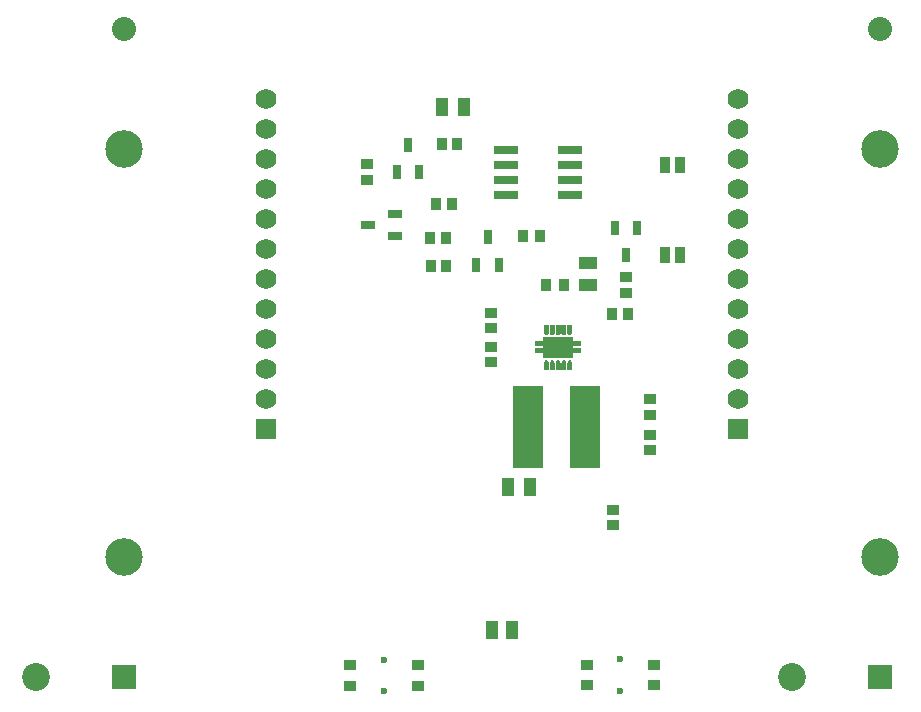
<source format=gbr>
G04 DipTrace 2.4.0.2*
%INTopMask.gbr*%
%MOIN*%
%ADD43C,0.1252*%
%ADD44C,0.0929*%
%ADD45C,0.0236*%
%ADD51R,0.0354X0.0555*%
%ADD53R,0.0469X0.0311*%
%ADD55R,0.0449X0.0331*%
%ADD57R,0.1039X0.2732*%
%ADD59R,0.0843X0.0291*%
%ADD61C,0.0252*%
%ADD63R,0.039X0.0606*%
%ADD65R,0.0311X0.0469*%
%ADD67R,0.037X0.0409*%
%ADD69R,0.0606X0.0429*%
%ADD71C,0.0693*%
%ADD73R,0.0693X0.0693*%
%ADD75R,0.0429X0.0606*%
%ADD77R,0.0409X0.037*%
%ADD79C,0.0803*%
%ADD81R,0.0803X0.0803*%
%FSLAX44Y44*%
G04*
G70*
G90*
G75*
G01*
%LNTopMask*%
%LPD*%
D81*
X10858Y17287D3*
D79*
Y38886D3*
D43*
Y21287D3*
Y34886D3*
D44*
X7917Y17287D3*
D77*
X27582Y30601D3*
Y30090D3*
D75*
X24373Y23601D3*
X23644D3*
D73*
X15583Y25551D3*
D71*
Y26551D3*
Y27551D3*
Y28551D3*
Y29551D3*
Y30551D3*
Y31551D3*
Y32551D3*
Y33551D3*
Y34551D3*
Y35551D3*
Y36551D3*
D73*
X31331Y25551D3*
D71*
Y26551D3*
Y27551D3*
Y28551D3*
Y29551D3*
Y30551D3*
Y31551D3*
Y32551D3*
Y33551D3*
Y34551D3*
Y35551D3*
Y36551D3*
D69*
X26321Y30362D3*
Y31091D3*
D75*
X21456Y36289D3*
X22185D3*
D67*
X25519Y30351D3*
X24929D3*
X24144Y31976D3*
X24735D3*
D65*
X19956Y34102D3*
X20704D3*
X20330Y35007D3*
D63*
X23801Y18850D3*
X23112D3*
D65*
X27971Y32243D3*
X27223D3*
X27597Y31337D3*
G36*
X25602Y28760D2*
X25595Y28727D1*
X25574Y28700D1*
X25549Y28686D1*
X25519Y28681D1*
X25490Y28686D1*
X25465Y28700D1*
X25444Y28728D1*
X25437Y28760D1*
Y29021D1*
X25602D1*
Y28760D1*
G37*
G36*
X25405D2*
X25398Y28727D1*
X25377Y28700D1*
X25352Y28686D1*
X25323Y28681D1*
X25293Y28686D1*
X25268Y28700D1*
X25247Y28728D1*
X25240Y28760D1*
Y29021D1*
X25405D1*
Y28760D1*
G37*
G36*
X25208D2*
X25201Y28727D1*
X25180Y28700D1*
X25155Y28686D1*
X25126Y28681D1*
X25096Y28686D1*
X25071Y28700D1*
X25050Y28728D1*
X25043Y28760D1*
Y29021D1*
X25208D1*
Y28760D1*
G37*
G36*
X25012D2*
X25004Y28727D1*
X24983Y28700D1*
X24959Y28686D1*
X24929Y28681D1*
X24899Y28686D1*
X24875Y28700D1*
X24853Y28728D1*
X24846Y28760D1*
Y29021D1*
X25012D1*
Y28760D1*
G37*
G36*
X24846Y27761D2*
X24853Y27794D1*
X24875Y27822D1*
X24899Y27836D1*
X24929Y27841D1*
X24959Y27836D1*
X24983Y27822D1*
X25005Y27794D1*
X25012Y27761D1*
Y27500D1*
X24846D1*
Y27761D1*
G37*
G36*
X25043D2*
X25050Y27794D1*
X25072Y27822D1*
X25096Y27836D1*
X25126Y27841D1*
X25156Y27836D1*
X25180Y27822D1*
X25201Y27794D1*
X25208Y27761D1*
Y27500D1*
X25043D1*
Y27761D1*
G37*
G36*
X25240D2*
X25247Y27794D1*
X25268Y27822D1*
X25293Y27836D1*
X25323Y27841D1*
X25352Y27836D1*
X25377Y27822D1*
X25398Y27794D1*
X25405Y27761D1*
Y27500D1*
X25240D1*
Y27761D1*
G37*
G36*
X25437D2*
X25444Y27794D1*
X25465Y27822D1*
X25490Y27836D1*
X25519Y27841D1*
X25549Y27836D1*
X25574Y27822D1*
X25595Y27794D1*
X25602Y27761D1*
Y27500D1*
X25437D1*
Y27761D1*
G37*
G36*
X25634D2*
X25641Y27794D1*
X25662Y27822D1*
X25687Y27836D1*
X25716Y27841D1*
X25746Y27836D1*
X25771Y27822D1*
X25792Y27794D1*
X25799Y27761D1*
Y27500D1*
X25634D1*
Y27761D1*
G37*
D61*
X25027Y28467D3*
G36*
X25823Y28623D2*
X24823D1*
Y28463D1*
X24547D1*
Y28298D1*
X24823D1*
Y28243D1*
X24547D1*
Y28078D1*
X24823D1*
Y27918D1*
X25823D1*
Y28078D1*
X26098D1*
Y28243D1*
X25823D1*
Y28298D1*
X26098D1*
Y28463D1*
X25823D1*
Y28623D1*
G37*
G36*
X25799Y28760D2*
X25792Y28727D1*
X25770Y28700D1*
X25746Y28686D1*
X25716Y28681D1*
X25686Y28686D1*
X25662Y28700D1*
X25641Y28728D1*
X25634Y28760D1*
Y29021D1*
X25799D1*
Y28760D1*
G37*
D61*
X25027Y28074D3*
X25618Y28467D3*
X25323Y28271D3*
X25618Y28074D3*
D59*
X25707Y33352D3*
Y33852D3*
Y34352D3*
Y34852D3*
X23581D3*
Y34352D3*
Y33852D3*
Y33352D3*
D57*
X24332Y25601D3*
X26207D3*
D65*
X22598Y31025D3*
X23346D3*
X22972Y31930D3*
D77*
X28395Y25351D3*
Y24839D3*
Y26539D3*
Y26027D3*
D67*
X21263Y33033D3*
X21775D3*
X21456Y35039D3*
X21968D3*
X21587Y30982D3*
X21076D3*
D77*
X27145Y22862D3*
Y22351D3*
D67*
X27650Y29392D3*
X27138D3*
D55*
X26272Y17682D3*
Y17012D3*
X28516Y17682D3*
Y17012D3*
D45*
X27394Y17878D3*
Y16815D3*
D55*
X18398Y17663D3*
Y16993D3*
X20642Y17663D3*
Y16993D3*
D45*
X19520Y17859D3*
Y16796D3*
D53*
X19894Y31977D3*
Y32725D3*
X18988Y32351D3*
D77*
X18956Y33852D3*
Y34364D3*
D67*
X21581Y31914D3*
X21070D3*
D51*
X28895Y31351D3*
X29395D3*
Y34351D3*
X28895D3*
D77*
X23082Y28289D3*
Y27777D3*
X23088Y28908D3*
Y29420D3*
D81*
X36055Y17287D3*
D79*
Y38886D3*
D43*
Y21287D3*
Y34886D3*
D44*
X33114Y17287D3*
M02*

</source>
